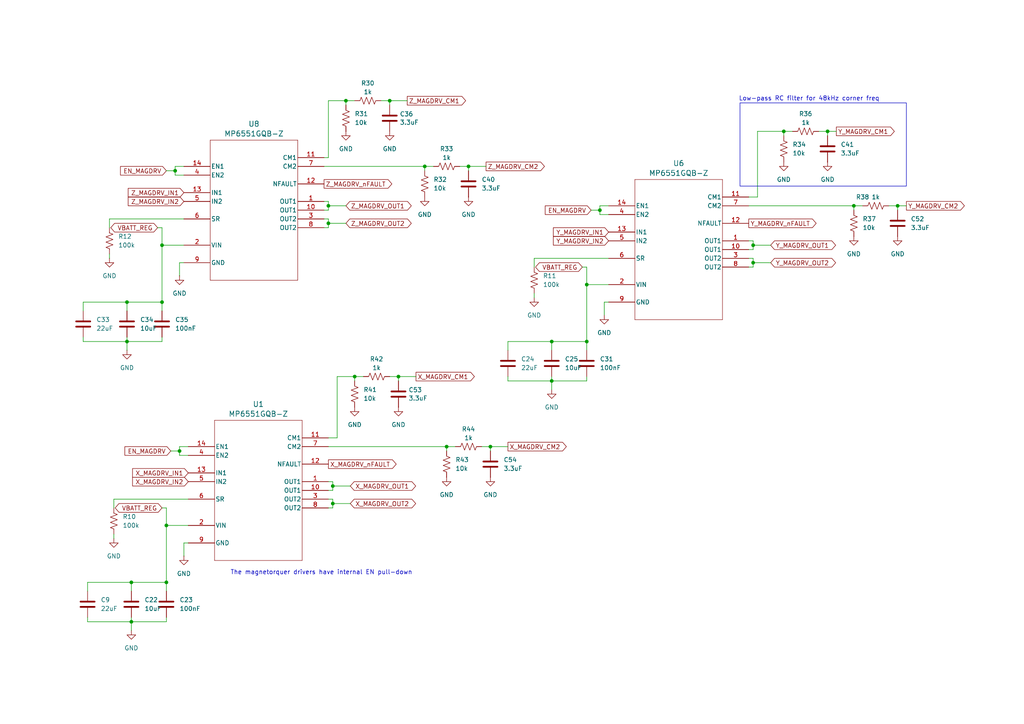
<source format=kicad_sch>
(kicad_sch (version 20250114) (generator "eeschema") (generator_version "9.0")
  (paper "A4")
  (title_block (title "ADCS Main Board") (date "2025-04-07") (rev "1.2") (company "Stanford Student Space Initiative") (comment 1 "Sage Wu"))
  (lib_symbols
    (symbol "Device:C" (pin_numbers (hide yes)) (pin_names (offset 0.254))
      (property "Reference" "C" (at 0.635 2.54 0))
      (property "Value" "C" (at 0.635 -2.54 0))
      (symbol "C_0_1"
        (polyline (pts (xy -2.032 0.762) (xy 2.032 0.762)) (stroke (width 0.508)))
        (polyline (pts (xy -2.032 -0.762) (xy 2.032 -0.762)) (stroke (width 0.508)))
      )
      (symbol "C_1_1"
        (pin passive line (at 0 3.81 270) (length 2.794) (name "~") (number "1"))
        (pin passive line (at 0 -3.81 90) (length 2.794) (name "~") (number "2"))
      )
    )
    (symbol "Device:R_US" (pin_numbers (hide yes)) (pin_names (offset 0))
      (property "Reference" "R" (at 2.54 0 90))
      (property "Value" "R_US" (at -2.54 0 90))
      (symbol "R_US_0_1"
        (polyline (pts (xy 0 2.286) (xy 0 2.54)))
        (polyline (pts (xy 0 2.286) (xy 1.016 1.905) (xy 0 1.524) (xy -1.016 1.143) (xy 0 0.762)))
        (polyline (pts (xy 0 0.762) (xy 1.016 0.381) (xy 0 0) (xy -1.016 -0.381) (xy 0 -0.762)))
        (polyline (pts (xy 0 -0.762) (xy 1.016 -1.143) (xy 0 -1.524) (xy -1.016 -1.905) (xy 0 -2.286)))
        (polyline (pts (xy 0 -2.286) (xy 0 -2.54)))
      )
      (symbol "R_US_1_1"
        (pin passive line (at 0 3.81 270) (length 1.27) (name "~") (number "1"))
        (pin passive line (at 0 -3.81 90) (length 1.27) (name "~") (number "2"))
      )
    )
    (symbol "power:GND" (power) (pin_numbers (hide yes)) (pin_names (offset 0) (hide yes))
      (property "Value" "GND" (at 0 -3.81 0))
      (symbol "GND_0_1"
        (polyline (pts (xy 0 0) (xy 0 -1.27) (xy 1.27 -1.27) (xy 0 -2.54) (xy -1.27 -1.27) (xy 0 -1.27)))
      )
      (symbol "GND_1_1"
        (pin power_in line (at 0 0 270) (length 0) (name "~") (number "1"))
      )
    )
    (symbol "ssi_IC:MP6551GQB-Z" (pin_names (offset 0.254))
      (property "Reference" "U" (at 20.32 12.3139 0))
      (property "Value" "MP6551GQB-Z" (at 20.32 9.481 0))
      (symbol "MP6551GQB-Z_0_1"
        (polyline (pts (xy 7.62 7.62) (xy 7.62 -33.02)) (stroke (width 0.127)))
        (polyline (pts (xy 7.62 -33.02) (xy 33.02 -33.02)) (stroke (width 0.127)))
        (polyline (pts (xy 33.02 7.62) (xy 7.62 7.62)) (stroke (width 0.127)))
        (polyline (pts (xy 33.02 -33.02) (xy 33.02 7.62)) (stroke (width 0.127)))
        (pin input line (at 0 0 0) (length 7.62) (name "EN1") (number "14"))
        (pin input line (at 0 -2.54 0) (length 7.62) (name "EN2") (number "4"))
        (pin input line (at 0 -7.62 0) (length 7.62) (name "IN1") (number "13"))
        (pin input line (at 0 -10.16 0) (length 7.62) (name "IN2") (number "5"))
        (pin passive line (at 0 -15.24 0) (length 7.62) (name "SR") (number "6"))
        (pin power_in line (at 0 -22.86 0) (length 7.62) (name "VIN") (number "2"))
        (pin power_in line (at 0 -27.94 0) (length 7.62) (name "GND") (number "9"))
        (pin output line (at 40.64 2.54 180) (length 7.62) (name "CM1") (number "11"))
        (pin output line (at 40.64 0 180) (length 7.62) (name "CM2") (number "7"))
        (pin output line (at 40.64 -5.08 180) (length 7.62) (name "NFAULT") (number "12"))
        (pin output line (at 40.64 -10.16 180) (length 7.62) (name "OUT1") (number "1"))
        (pin output line (at 40.64 -12.7 180) (length 7.62) (name "OUT1") (number "10"))
        (pin output line (at 40.64 -15.24 180) (length 7.62) (name "OUT2") (number "3"))
        (pin output line (at 40.64 -17.78 180) (length 7.62) (name "OUT2") (number "8"))
      )
    )
  )
  (rectangle (start 214.63 29.845) (end 262.89 53.975))
  (text "The magnetorquer drivers have internal EN pull-down" (at 93.218 166.116 0) (effects (font (size 1.27 1.27))))
  (text "Low-pass RC filter for 48kHz corner freq" (at 234.696 28.702 0) (effects (font (size 1.27 1.27))))
  (junction (at 36.83 87.63))
  (junction (at 46.99 71.12))
  (junction (at 46.99 87.63))
  (junction (at 170.18 82.55))
  (junction (at 173.99 60.96))
  (junction (at 170.18 99.06))
  (junction (at 100.33 29.21))
  (junction (at 48.26 168.91))
  (junction (at 135.89 48.26))
  (junction (at 38.1 180.34))
  (junction (at 95.25 59.69))
  (junction (at 260.35 59.69))
  (junction (at 102.87 109.22))
  (junction (at 48.26 152.4))
  (junction (at 52.07 130.81))
  (junction (at 240.03 38.1))
  (junction (at 50.8 49.53))
  (junction (at 113.03 29.21))
  (junction (at 218.44 76.2))
  (junction (at 160.02 110.49))
  (junction (at 227.33 38.1))
  (junction (at 123.19 48.26))
  (junction (at 38.1 168.91))
  (junction (at 247.65 59.69))
  (junction (at 115.57 109.22))
  (junction (at 95.25 64.77))
  (junction (at 96.52 140.97))
  (junction (at 129.54 129.54))
  (junction (at 36.83 99.06))
  (junction (at 142.24 129.54))
  (junction (at 160.02 99.06))
  (junction (at 218.44 71.12))
  (junction (at 96.52 146.05))
  (wire (pts (xy 25.4 168.91) (xy 38.1 168.91)))
  (wire (pts (xy 160.02 99.06) (xy 170.18 99.06)))
  (wire (pts (xy 173.99 59.69) (xy 173.99 60.96)))
  (wire (pts (xy 260.35 59.69) (xy 262.89 59.69)))
  (wire (pts (xy 173.99 62.23) (xy 176.53 62.23)))
  (wire (pts (xy 129.54 129.54) (xy 132.08 129.54)))
  (wire (pts (xy 95.25 144.78) (xy 96.52 144.78)))
  (wire (pts (xy 171.45 60.96) (xy 173.99 60.96)))
  (wire (pts (xy 170.18 77.47) (xy 170.18 82.55)))
  (wire (pts (xy 175.26 87.63) (xy 175.26 91.44)))
  (wire (pts (xy 147.32 101.6) (xy 147.32 99.06)))
  (wire (pts (xy 176.53 74.93) (xy 154.94 74.93)))
  (wire (pts (xy 52.07 129.54) (xy 52.07 130.81)))
  (wire (pts (xy 147.32 109.22) (xy 147.32 110.49)))
  (wire (pts (xy 218.44 71.12) (xy 223.52 71.12)))
  (wire (pts (xy 93.98 45.72) (xy 95.25 45.72)))
  (wire (pts (xy 100.33 29.21) (xy 102.87 29.21)))
  (wire (pts (xy 96.52 144.78) (xy 96.52 146.05)))
  (wire (pts (xy 135.89 48.26) (xy 135.89 49.53)))
  (wire (pts (xy 218.44 76.2) (xy 218.44 77.47)))
  (wire (pts (xy 38.1 168.91) (xy 48.26 168.91)))
  (wire (pts (xy 93.98 63.5) (xy 95.25 63.5)))
  (wire (pts (xy 113.03 29.21) (xy 113.03 30.48)))
  (wire (pts (xy 38.1 179.07) (xy 38.1 180.34)))
  (wire (pts (xy 240.03 38.1) (xy 240.03 39.37)))
  (wire (pts (xy 217.17 74.93) (xy 218.44 74.93)))
  (wire (pts (xy 176.53 82.55) (xy 170.18 82.55)))
  (wire (pts (xy 102.87 109.22) (xy 102.87 110.49)))
  (wire (pts (xy 95.25 59.69) (xy 100.33 59.69)))
  (wire (pts (xy 53.34 157.48) (xy 53.34 161.29)))
  (wire (pts (xy 95.25 142.24) (xy 96.52 142.24)))
  (wire (pts (xy 96.52 140.97) (xy 101.6 140.97)))
  (wire (pts (xy 36.83 87.63) (xy 46.99 87.63)))
  (wire (pts (xy 168.91 77.47) (xy 170.18 77.47)))
  (wire (pts (xy 48.26 49.53) (xy 50.8 49.53)))
  (wire (pts (xy 102.87 109.22) (xy 105.41 109.22)))
  (wire (pts (xy 123.19 48.26) (xy 123.19 49.53)))
  (wire (pts (xy 45.72 66.04) (xy 46.99 66.04)))
  (wire (pts (xy 217.17 59.69) (xy 247.65 59.69)))
  (wire (pts (xy 247.65 59.69) (xy 250.19 59.69)))
  (wire (pts (xy 93.98 58.42) (xy 95.25 58.42)))
  (wire (pts (xy 31.75 63.5) (xy 31.75 66.04)))
  (wire (pts (xy 176.53 87.63) (xy 175.26 87.63)))
  (wire (pts (xy 95.25 29.21) (xy 100.33 29.21)))
  (wire (pts (xy 217.17 57.15) (xy 219.71 57.15)))
  (wire (pts (xy 217.17 69.85) (xy 218.44 69.85)))
  (wire (pts (xy 218.44 72.39) (xy 218.44 71.12)))
  (wire (pts (xy 53.34 76.2) (xy 52.07 76.2)))
  (wire (pts (xy 93.98 60.96) (xy 95.25 60.96)))
  (wire (pts (xy 38.1 180.34) (xy 38.1 182.88)))
  (wire (pts (xy 218.44 74.93) (xy 218.44 76.2)))
  (wire (pts (xy 113.03 29.21) (xy 118.11 29.21)))
  (wire (pts (xy 54.61 157.48) (xy 53.34 157.48)))
  (wire (pts (xy 218.44 76.2) (xy 223.52 76.2)))
  (wire (pts (xy 95.25 129.54) (xy 129.54 129.54)))
  (wire (pts (xy 176.53 59.69) (xy 173.99 59.69)))
  (wire (pts (xy 24.13 87.63) (xy 36.83 87.63)))
  (wire (pts (xy 52.07 76.2) (xy 52.07 80.01)))
  (wire (pts (xy 31.75 73.66) (xy 31.75 74.93)))
  (wire (pts (xy 53.34 71.12) (xy 46.99 71.12)))
  (wire (pts (xy 113.03 109.22) (xy 115.57 109.22)))
  (wire (pts (xy 115.57 109.22) (xy 115.57 110.49)))
  (wire (pts (xy 95.25 60.96) (xy 95.25 59.69)))
  (wire (pts (xy 97.79 127) (xy 97.79 109.22)))
  (wire (pts (xy 96.52 146.05) (xy 96.52 147.32)))
  (wire (pts (xy 240.03 38.1) (xy 242.57 38.1)))
  (wire (pts (xy 95.25 147.32) (xy 96.52 147.32)))
  (wire (pts (xy 115.57 109.22) (xy 120.65 109.22)))
  (wire (pts (xy 25.4 180.34) (xy 38.1 180.34)))
  (wire (pts (xy 52.07 130.81) (xy 52.07 132.08)))
  (wire (pts (xy 217.17 72.39) (xy 218.44 72.39)))
  (wire (pts (xy 257.81 59.69) (xy 260.35 59.69)))
  (wire (pts (xy 50.8 50.8) (xy 53.34 50.8)))
  (wire (pts (xy 142.24 129.54) (xy 147.32 129.54)))
  (wire (pts (xy 170.18 99.06) (xy 170.18 101.6)))
  (wire (pts (xy 95.25 29.21) (xy 95.25 45.72)))
  (wire (pts (xy 100.33 29.21) (xy 100.33 30.48)))
  (wire (pts (xy 154.94 74.93) (xy 154.94 77.47)))
  (wire (pts (xy 53.34 63.5) (xy 31.75 63.5)))
  (wire (pts (xy 219.71 38.1) (xy 227.33 38.1)))
  (wire (pts (xy 96.52 142.24) (xy 96.52 140.97)))
  (wire (pts (xy 135.89 48.26) (xy 140.97 48.26)))
  (wire (pts (xy 38.1 180.34) (xy 48.26 180.34)))
  (wire (pts (xy 95.25 127) (xy 97.79 127)))
  (wire (pts (xy 95.25 64.77) (xy 100.33 64.77)))
  (wire (pts (xy 95.25 63.5) (xy 95.25 64.77)))
  (wire (pts (xy 110.49 29.21) (xy 113.03 29.21)))
  (wire (pts (xy 154.94 85.09) (xy 154.94 86.36)))
  (wire (pts (xy 48.26 168.91) (xy 48.26 171.45)))
  (wire (pts (xy 46.99 87.63) (xy 46.99 90.17)))
  (wire (pts (xy 24.13 99.06) (xy 36.83 99.06)))
  (wire (pts (xy 170.18 82.55) (xy 170.18 99.06)))
  (wire (pts (xy 160.02 110.49) (xy 170.18 110.49)))
  (wire (pts (xy 46.99 66.04) (xy 46.99 71.12)))
  (wire (pts (xy 95.25 139.7) (xy 96.52 139.7)))
  (wire (pts (xy 147.32 99.06) (xy 160.02 99.06)))
  (wire (pts (xy 173.99 60.96) (xy 173.99 62.23)))
  (wire (pts (xy 46.99 99.06) (xy 46.99 97.79)))
  (wire (pts (xy 33.02 144.78) (xy 33.02 147.32)))
  (wire (pts (xy 54.61 152.4) (xy 48.26 152.4)))
  (wire (pts (xy 160.02 109.22) (xy 160.02 110.49)))
  (wire (pts (xy 160.02 99.06) (xy 160.02 101.6)))
  (wire (pts (xy 46.99 147.32) (xy 48.26 147.32)))
  (wire (pts (xy 53.34 48.26) (xy 50.8 48.26)))
  (wire (pts (xy 38.1 168.91) (xy 38.1 171.45)))
  (wire (pts (xy 260.35 59.69) (xy 260.35 60.96)))
  (wire (pts (xy 54.61 144.78) (xy 33.02 144.78)))
  (wire (pts (xy 219.71 57.15) (xy 219.71 38.1)))
  (wire (pts (xy 142.24 129.54) (xy 142.24 130.81)))
  (wire (pts (xy 133.35 48.26) (xy 135.89 48.26)))
  (wire (pts (xy 25.4 179.07) (xy 25.4 180.34)))
  (wire (pts (xy 217.17 77.47) (xy 218.44 77.47)))
  (wire (pts (xy 49.53 130.81) (xy 52.07 130.81)))
  (wire (pts (xy 129.54 129.54) (xy 129.54 130.81)))
  (wire (pts (xy 93.98 66.04) (xy 95.25 66.04)))
  (wire (pts (xy 33.02 154.94) (xy 33.02 156.21)))
  (wire (pts (xy 46.99 71.12) (xy 46.99 87.63)))
  (wire (pts (xy 50.8 49.53) (xy 50.8 50.8)))
  (wire (pts (xy 48.26 180.34) (xy 48.26 179.07)))
  (wire (pts (xy 48.26 152.4) (xy 48.26 168.91)))
  (wire (pts (xy 36.83 97.79) (xy 36.83 99.06)))
  (wire (pts (xy 227.33 38.1) (xy 227.33 39.37)))
  (wire (pts (xy 36.83 99.06) (xy 46.99 99.06)))
  (wire (pts (xy 48.26 147.32) (xy 48.26 152.4)))
  (wire (pts (xy 95.25 64.77) (xy 95.25 66.04)))
  (wire (pts (xy 52.07 132.08) (xy 54.61 132.08)))
  (wire (pts (xy 147.32 110.49) (xy 160.02 110.49)))
  (wire (pts (xy 96.52 140.97) (xy 96.52 139.7)))
  (wire (pts (xy 25.4 171.45) (xy 25.4 168.91)))
  (wire (pts (xy 160.02 110.49) (xy 160.02 113.03)))
  (wire (pts (xy 227.33 38.1) (xy 229.87 38.1)))
  (wire (pts (xy 24.13 90.17) (xy 24.13 87.63)))
  (wire (pts (xy 36.83 87.63) (xy 36.83 90.17)))
  (wire (pts (xy 24.13 97.79) (xy 24.13 99.06)))
  (wire (pts (xy 123.19 48.26) (xy 125.73 48.26)))
  (wire (pts (xy 97.79 109.22) (xy 102.87 109.22)))
  (wire (pts (xy 93.98 48.26) (xy 123.19 48.26)))
  (wire (pts (xy 218.44 71.12) (xy 218.44 69.85)))
  (wire (pts (xy 54.61 129.54) (xy 52.07 129.54)))
  (wire (pts (xy 50.8 48.26) (xy 50.8 49.53)))
  (wire (pts (xy 95.25 59.69) (xy 95.25 58.42)))
  (wire (pts (xy 139.7 129.54) (xy 142.24 129.54)))
  (wire (pts (xy 36.83 99.06) (xy 36.83 101.6)))
  (wire (pts (xy 170.18 110.49) (xy 170.18 109.22)))
  (wire (pts (xy 247.65 59.69) (xy 247.65 60.96)))
  (wire (pts (xy 96.52 146.05) (xy 101.6 146.05)))
  (wire (pts (xy 237.49 38.1) (xy 240.03 38.1)))
  (global_label "Y_MAGDRV_OUT1" (shape bidirectional) (at 223.52 71.12 0) (property "Intersheetrefs" "${INTERSHEET_REFS}" (effects (hide yes))))
  (global_label "Z_MAGDRV_IN2" (shape input) (at 53.34 58.42 180) (property "Intersheetrefs" "${INTERSHEET_REFS}" (effects (hide yes))))
  (global_label "X_MAGDRV_CM2" (shape output) (at 147.32 129.54 0) (property "Intersheetrefs" "${INTERSHEET_REFS}" (effects (hide yes))))
  (global_label "Z_MAGDRV_nFAULT" (shape output) (at 93.98 53.34 0) (property "Intersheetrefs" "${INTERSHEET_REFS}" (effects (hide yes))))
  (global_label "Y_MAGDRV_CM1" (shape output) (at 242.57 38.1 0) (property "Intersheetrefs" "${INTERSHEET_REFS}" (effects (hide yes))))
  (global_label "Y_MAGDRV_nFAULT" (shape output) (at 217.17 64.77 0) (property "Intersheetrefs" "${INTERSHEET_REFS}" (effects (hide yes))))
  (global_label "X_MAGDRV_OUT2" (shape bidirectional) (at 101.6 146.05 0) (property "Intersheetrefs" "${INTERSHEET_REFS}" (effects (hide yes))))
  (global_label "Z_MAGDRV_CM2" (shape output) (at 140.97 48.26 0) (property "Intersheetrefs" "${INTERSHEET_REFS}" (effects (hide yes))))
  (global_label "EN_MAGDRV" (shape input) (at 49.53 130.81 180) (property "Intersheetrefs" "${INTERSHEET_REFS}" (effects (hide yes))))
  (global_label "VBATT_REG" (shape bidirectional) (at 168.91 77.47 180) (property "Intersheetrefs" "${INTERSHEET_REFS}" (effects (hide yes))))
  (global_label "EN_MAGDRV" (shape input) (at 171.45 60.96 180) (property "Intersheetrefs" "${INTERSHEET_REFS}" (effects (hide yes))))
  (global_label "X_MAGDRV_OUT1" (shape bidirectional) (at 101.6 140.97 0) (property "Intersheetrefs" "${INTERSHEET_REFS}" (effects (hide yes))))
  (global_label "Y_MAGDRV_IN2" (shape input) (at 176.53 69.85 180) (property "Intersheetrefs" "${INTERSHEET_REFS}" (effects (hide yes))))
  (global_label "VBATT_REG" (shape bidirectional) (at 45.72 66.04 180) (property "Intersheetrefs" "${INTERSHEET_REFS}" (effects (hide yes))))
  (global_label "Z_MAGDRV_IN1" (shape input) (at 53.34 55.88 180) (property "Intersheetrefs" "${INTERSHEET_REFS}" (effects (hide yes))))
  (global_label "Z_MAGDRV_OUT2" (shape bidirectional) (at 100.33 64.77 0) (property "Intersheetrefs" "${INTERSHEET_REFS}" (effects (hide yes))))
  (global_label "Y_MAGDRV_IN1" (shape input) (at 176.53 67.31 180) (property "Intersheetrefs" "${INTERSHEET_REFS}" (effects (hide yes))))
  (global_label "X_MAGDRV_CM1" (shape output) (at 120.65 109.22 0) (property "Intersheetrefs" "${INTERSHEET_REFS}" (effects (hide yes))))
  (global_label "X_MAGDRV_nFAULT" (shape output) (at 95.25 134.62 0) (property "Intersheetrefs" "${INTERSHEET_REFS}" (effects (hide yes))))
  (global_label "X_MAGDRV_IN2" (shape input) (at 54.61 139.7 180) (property "Intersheetrefs" "${INTERSHEET_REFS}" (effects (hide yes))))
  (global_label "Y_MAGDRV_OUT2" (shape bidirectional) (at 223.52 76.2 0) (property "Intersheetrefs" "${INTERSHEET_REFS}" (effects (hide yes))))
  (global_label "Y_MAGDRV_CM2" (shape output) (at 262.89 59.69 0) (property "Intersheetrefs" "${INTERSHEET_REFS}" (effects (hide yes))))
  (global_label "Z_MAGDRV_OUT1" (shape bidirectional) (at 100.33 59.69 0) (property "Intersheetrefs" "${INTERSHEET_REFS}" (effects (hide yes))))
  (global_label "EN_MAGDRV" (shape input) (at 48.26 49.53 180) (property "Intersheetrefs" "${INTERSHEET_REFS}" (effects (hide yes))))
  (global_label "X_MAGDRV_IN1" (shape input) (at 54.61 137.16 180) (property "Intersheetrefs" "${INTERSHEET_REFS}" (effects (hide yes))))
  (global_label "VBATT_REG" (shape bidirectional) (at 46.99 147.32 180) (property "Intersheetrefs" "${INTERSHEET_REFS}" (effects (hide yes))))
  (global_label "Z_MAGDRV_CM1" (shape output) (at 118.11 29.21 0) (property "Intersheetrefs" "${INTERSHEET_REFS}" (effects (hide yes))))
  (symbol (lib_id "power:GND") (at 160.02 113.03 0) (unit 1)
    (property "Reference" "#PWR025" (effects (hide yes)))
    (property "Value" "GND" (at 160.02 118.11 0))
    (property "Description" "Power symbol creates a global label with name \"GND\" , ground" (effects (hide yes)))
  )
  (symbol (lib_id "Device:R_US") (at 33.02 151.13 0) (unit 1)
    (property "Reference" "R10" (at 35.56 149.8599 0) (effects (justify left)))
    (property "Value" "100k" (at 35.56 152.3999 0) (effects (justify left)))
    (property "Footprint" "Resistor_SMD:R_0603_1608Metric" (effects (hide yes)))
    (property "Description" "Resistor, US symbol" (effects (hide yes)))
  )
  (symbol (lib_id "power:GND") (at 31.75 74.93 0) (unit 1)
    (property "Reference" "#PWR029" (effects (hide yes)))
    (property "Value" "GND" (at 31.75 80.01 0))
    (property "Description" "Power symbol creates a global label with name \"GND\" , ground" (effects (hide yes)))
  )
  (symbol (lib_id "Device:C") (at 240.03 43.18 0) (unit 1)
    (property "Reference" "C41" (at 243.84 41.9099 0) (effects (justify left)))
    (property "Value" "3.3uF" (at 243.84 44.4499 0) (effects (justify left)))
    (property "Footprint" "Capacitor_SMD:C_0603_1608Metric" (effects (hide yes)))
    (property "Description" "Unpolarized capacitor" (effects (hide yes)))
  )
  (symbol (lib_id "power:GND") (at 36.83 101.6 0) (unit 1)
    (property "Reference" "#PWR030" (effects (hide yes)))
    (property "Value" "GND" (at 36.83 106.68 0))
    (property "Description" "Power symbol creates a global label with name \"GND\" , ground" (effects (hide yes)))
  )
  (symbol (lib_id "power:GND") (at 33.02 156.21 0) (unit 1)
    (property "Reference" "#PWR020" (effects (hide yes)))
    (property "Value" "GND" (at 33.02 161.29 0))
    (property "Description" "Power symbol creates a global label with name \"GND\" , ground" (effects (hide yes)))
  )
  (symbol (lib_id "power:GND") (at 135.89 57.15 0) (unit 1)
    (property "Reference" "#PWR046" (effects (hide yes)))
    (property "Value" "GND" (at 135.89 62.23 0))
    (property "Description" "Power symbol creates a global label with name \"GND\" , ground" (effects (hide yes)))
  )
  (symbol (lib_id "ssi_IC:MP6551GQB-Z") (at 176.53 59.69 0) (unit 1)
    (property "Reference" "U6" (at 196.85 47.3761 0) (effects (font (size 1.524 1.524))))
    (property "Value" "MP6551GQB-Z" (at 196.85 50.209 0) (effects (font (size 1.524 1.524))))
    (property "Footprint" "ssi_IC:QFN-14_MP6551_MNP" (effects (hide yes)))
    (property "Datasheet" "https://www.monolithicpower.com/en/documentview/productdocument/index/version/2/document_type/Datasheet/lang/en/sku/MP6551GQB/document_id/9795/" (effects (hide yes)))
  )
  (symbol (lib_id "power:GND") (at 113.03 38.1 0) (unit 1)
    (property "Reference" "#PWR043" (effects (hide yes)))
    (property "Value" "GND" (at 113.03 43.18 0))
    (property "Description" "Power symbol creates a global label with name \"GND\" , ground" (effects (hide yes)))
  )
  (symbol (lib_id "power:GND") (at 247.65 68.58 0) (unit 1)
    (property "Reference" "#PWR049" (effects (hide yes)))
    (property "Value" "GND" (at 247.65 73.66 0))
    (property "Description" "Power symbol creates a global label with name \"GND\" , ground" (effects (hide yes)))
  )
  (symbol (lib_id "Device:R_US") (at 129.54 48.26 270) (unit 1)
    (property "Reference" "R33" (at 129.54 43.18 90))
    (property "Value" "1k" (at 129.54 45.72 90))
    (property "Footprint" "Resistor_SMD:R_0603_1608Metric" (effects (hide yes)))
    (property "Description" "Resistor, US symbol" (effects (hide yes)))
  )
  (symbol (lib_id "Device:R_US") (at 102.87 114.3 0) (unit 1)
    (property "Reference" "R41" (at 105.41 113.0299 0) (effects (justify left)))
    (property "Value" "10k" (at 105.41 115.5699 0) (effects (justify left)))
    (property "Footprint" "Resistor_SMD:R_0603_1608Metric" (effects (hide yes)))
    (property "Description" "Resistor, US symbol" (effects (hide yes)))
  )
  (symbol (lib_id "Device:R_US") (at 154.94 81.28 0) (unit 1)
    (property "Reference" "R11" (at 157.48 80.0099 0) (effects (justify left)))
    (property "Value" "100k" (at 157.48 82.5499 0) (effects (justify left)))
    (property "Footprint" "Resistor_SMD:R_0603_1608Metric" (effects (hide yes)))
    (property "Description" "Resistor, US symbol" (effects (hide yes)))
  )
  (symbol (lib_id "power:GND") (at 154.94 86.36 0) (unit 1)
    (property "Reference" "#PWR024" (effects (hide yes)))
    (property "Value" "GND" (at 154.94 91.44 0))
    (property "Description" "Power symbol creates a global label with name \"GND\" , ground" (effects (hide yes)))
  )
  (symbol (lib_id "Device:R_US") (at 233.68 38.1 270) (unit 1)
    (property "Reference" "R36" (at 233.68 33.02 90))
    (property "Value" "1k" (at 233.68 35.56 90))
    (property "Footprint" "Resistor_SMD:R_0603_1608Metric" (effects (hide yes)))
    (property "Description" "Resistor, US symbol" (effects (hide yes)))
  )
  (symbol (lib_id "Device:C") (at 25.4 175.26 0) (unit 1)
    (property "Reference" "C9" (at 29.21 173.9899 0) (effects (justify left)))
    (property "Value" "22uF" (at 29.21 176.5299 0) (effects (justify left)))
    (property "Footprint" "Capacitor_SMD:C_0603_1608Metric" (effects (hide yes)))
    (property "Description" "Unpolarized capacitor" (effects (hide yes)))
  )
  (symbol (lib_id "power:GND") (at 240.03 46.99 0) (unit 1)
    (property "Reference" "#PWR048" (effects (hide yes)))
    (property "Value" "GND" (at 240.03 52.07 0))
    (property "Description" "Power symbol creates a global label with name \"GND\" , ground" (effects (hide yes)))
  )
  (symbol (lib_id "power:GND") (at 175.26 91.44 0) (unit 1)
    (property "Reference" "#PWR028" (effects (hide yes)))
    (property "Value" "GND" (at 175.26 96.52 0))
    (property "Description" "Power symbol creates a global label with name \"GND\" , ground" (effects (hide yes)))
  )
  (symbol (lib_id "Device:C") (at 147.32 105.41 0) (unit 1)
    (property "Reference" "C24" (at 151.13 104.1399 0) (effects (justify left)))
    (property "Value" "22uF" (at 151.13 106.6799 0) (effects (justify left)))
    (property "Footprint" "Capacitor_SMD:C_0603_1608Metric" (effects (hide yes)))
    (property "Description" "Unpolarized capacitor" (effects (hide yes)))
  )
  (symbol (lib_id "Device:C") (at 260.35 64.77 0) (unit 1)
    (property "Reference" "C52" (at 264.16 63.4999 0) (effects (justify left)))
    (property "Value" "3.3uF" (at 264.16 66.0399 0) (effects (justify left)))
    (property "Footprint" "Capacitor_SMD:C_0603_1608Metric" (effects (hide yes)))
    (property "Description" "Unpolarized capacitor" (effects (hide yes)))
  )
  (symbol (lib_id "Device:C") (at 24.13 93.98 0) (unit 1)
    (property "Reference" "C33" (at 27.94 92.7099 0) (effects (justify left)))
    (property "Value" "22uF" (at 27.94 95.2499 0) (effects (justify left)))
    (property "Footprint" "Capacitor_SMD:C_0603_1608Metric" (effects (hide yes)))
    (property "Description" "Unpolarized capacitor" (effects (hide yes)))
  )
  (symbol (lib_id "Device:C") (at 48.26 175.26 0) (unit 1)
    (property "Reference" "C23" (at 52.07 173.9899 0) (effects (justify left)))
    (property "Value" "100nF" (at 52.07 176.5299 0) (effects (justify left)))
    (property "Footprint" "Capacitor_SMD:C_0603_1608Metric" (effects (hide yes)))
    (property "Description" "Unpolarized capacitor" (effects (hide yes)))
  )
  (symbol (lib_id "Device:R_US") (at 109.22 109.22 270) (unit 1)
    (property "Reference" "R42" (at 109.22 104.14 90))
    (property "Value" "1k" (at 109.22 106.68 90))
    (property "Footprint" "Resistor_SMD:R_0603_1608Metric" (effects (hide yes)))
    (property "Description" "Resistor, US symbol" (effects (hide yes)))
  )
  (symbol (lib_id "power:GND") (at 123.19 57.15 0) (unit 1)
    (property "Reference" "#PWR045" (effects (hide yes)))
    (property "Value" "GND" (at 123.19 62.23 0))
    (property "Description" "Power symbol creates a global label with name \"GND\" , ground" (effects (hide yes)))
  )
  (symbol (lib_id "ssi_IC:MP6551GQB-Z") (at 54.61 129.54 0) (unit 1)
    (property "Reference" "U1" (at 74.93 117.2261 0) (effects (font (size 1.524 1.524))))
    (property "Value" "MP6551GQB-Z" (at 74.93 120.059 0) (effects (font (size 1.524 1.524))))
    (property "Footprint" "ssi_IC:QFN-14_MP6551_MNP" (effects (hide yes)))
    (property "Datasheet" "https://www.monolithicpower.com/en/documentview/productdocument/index/version/2/document_type/Datasheet/lang/en/sku/MP6551GQB/document_id/9795/" (effects (hide yes)))
  )
  (symbol (lib_id "Device:C") (at 46.99 93.98 0) (unit 1)
    (property "Reference" "C35" (at 50.8 92.7099 0) (effects (justify left)))
    (property "Value" "100nF" (at 50.8 95.2499 0) (effects (justify left)))
    (property "Footprint" "Capacitor_SMD:C_0603_1608Metric" (effects (hide yes)))
    (property "Description" "Unpolarized capacitor" (effects (hide yes)))
  )
  (symbol (lib_id "Device:C") (at 115.57 114.3 0) (unit 1)
    (property "Reference" "C53" (at 118.491 113.0878 0) (effects (justify left)))
    (property "Value" "3.3uF" (at 118.491 115.5121 0) (effects (justify left)))
    (property "Footprint" "Capacitor_SMD:C_0603_1608Metric" (effects (hide yes)))
    (property "Description" "Unpolarized capacitor" (effects (hide yes)))
  )
  (symbol (lib_id "power:GND") (at 38.1 182.88 0) (unit 1)
    (property "Reference" "#PWR021" (effects (hide yes)))
    (property "Value" "GND" (at 38.1 187.96 0))
    (property "Description" "Power symbol creates a global label with name \"GND\" , ground" (effects (hide yes)))
  )
  (symbol (lib_id "Device:C") (at 142.24 134.62 0) (unit 1)
    (property "Reference" "C54" (at 146.05 133.3499 0) (effects (justify left)))
    (property "Value" "3.3uF" (at 146.05 135.8899 0) (effects (justify left)))
    (property "Footprint" "Capacitor_SMD:C_0603_1608Metric" (effects (hide yes)))
    (property "Description" "Unpolarized capacitor" (effects (hide yes)))
  )
  (symbol (lib_id "Device:C") (at 113.03 34.29 0) (unit 1)
    (property "Reference" "C36" (at 115.951 33.0778 0) (effects (justify left)))
    (property "Value" "3.3uF" (at 115.951 35.5021 0) (effects (justify left)))
    (property "Footprint" "Capacitor_SMD:C_0603_1608Metric" (effects (hide yes)))
    (property "Description" "Unpolarized capacitor" (effects (hide yes)))
  )
  (symbol (lib_id "power:GND") (at 102.87 118.11 0) (unit 1)
    (property "Reference" "#PWR051" (effects (hide yes)))
    (property "Value" "GND" (at 102.87 123.19 0))
    (property "Description" "Power symbol creates a global label with name \"GND\" , ground" (effects (hide yes)))
  )
  (symbol (lib_id "Device:C") (at 36.83 93.98 0) (unit 1)
    (property "Reference" "C34" (at 40.64 92.7099 0) (effects (justify left)))
    (property "Value" "10uF" (at 40.64 95.2499 0) (effects (justify left)))
    (property "Footprint" "Capacitor_SMD:C_0603_1608Metric" (effects (hide yes)))
    (property "Description" "Unpolarized capacitor" (effects (hide yes)))
  )
  (symbol (lib_id "power:GND") (at 52.07 80.01 0) (unit 1)
    (property "Reference" "#PWR032" (effects (hide yes)))
    (property "Value" "GND" (at 52.07 85.09 0))
    (property "Description" "Power symbol creates a global label with name \"GND\" , ground" (effects (hide yes)))
  )
  (symbol (lib_id "power:GND") (at 142.24 138.43 0) (unit 1)
    (property "Reference" "#PWR055" (effects (hide yes)))
    (property "Value" "GND" (at 142.24 143.51 0))
    (property "Description" "Power symbol creates a global label with name \"GND\" , ground" (effects (hide yes)))
  )
  (symbol (lib_id "Device:C") (at 135.89 53.34 0) (unit 1)
    (property "Reference" "C40" (at 139.7 52.0699 0) (effects (justify left)))
    (property "Value" "3.3uF" (at 139.7 54.6099 0) (effects (justify left)))
    (property "Footprint" "Capacitor_SMD:C_0603_1608Metric" (effects (hide yes)))
    (property "Description" "Unpolarized capacitor" (effects (hide yes)))
  )
  (symbol (lib_id "Device:R_US") (at 254 59.69 270) (unit 1)
    (property "Reference" "R38" (at 250.19 57.15 90))
    (property "Value" "1k" (at 254 57.15 90))
    (property "Footprint" "Resistor_SMD:R_0603_1608Metric" (effects (hide yes)))
    (property "Description" "Resistor, US symbol" (effects (hide yes)))
  )
  (symbol (lib_id "Device:R_US") (at 123.19 53.34 0) (unit 1)
    (property "Reference" "R32" (at 125.73 52.0699 0) (effects (justify left)))
    (property "Value" "10k" (at 125.73 54.6099 0) (effects (justify left)))
    (property "Footprint" "Resistor_SMD:R_0603_1608Metric" (effects (hide yes)))
    (property "Description" "Resistor, US symbol" (effects (hide yes)))
  )
  (symbol (lib_id "Device:R_US") (at 227.33 43.18 0) (unit 1)
    (property "Reference" "R34" (at 229.87 41.9099 0) (effects (justify left)))
    (property "Value" "10k" (at 229.87 44.4499 0) (effects (justify left)))
    (property "Footprint" "Resistor_SMD:R_0603_1608Metric" (effects (hide yes)))
    (property "Description" "Resistor, US symbol" (effects (hide yes)))
  )
  (symbol (lib_id "power:GND") (at 260.35 68.58 0) (unit 1)
    (property "Reference" "#PWR050" (effects (hide yes)))
    (property "Value" "GND" (at 260.35 73.66 0))
    (property "Description" "Power symbol creates a global label with name \"GND\" , ground" (effects (hide yes)))
  )
  (symbol (lib_id "power:GND") (at 115.57 118.11 0) (unit 1)
    (property "Reference" "#PWR052" (effects (hide yes)))
    (property "Value" "GND" (at 115.57 123.19 0))
    (property "Description" "Power symbol creates a global label with name \"GND\" , ground" (effects (hide yes)))
  )
  (symbol (lib_id "Device:R_US") (at 247.65 64.77 0) (unit 1)
    (property "Reference" "R37" (at 250.19 63.4999 0) (effects (justify left)))
    (property "Value" "10k" (at 250.19 66.0399 0) (effects (justify left)))
    (property "Footprint" "Resistor_SMD:R_0603_1608Metric" (effects (hide yes)))
    (property "Description" "Resistor, US symbol" (effects (hide yes)))
  )
  (symbol (lib_id "Device:R_US") (at 129.54 134.62 0) (unit 1)
    (property "Reference" "R43" (at 132.08 133.3499 0) (effects (justify left)))
    (property "Value" "10k" (at 132.08 135.8899 0) (effects (justify left)))
    (property "Footprint" "Resistor_SMD:R_0603_1608Metric" (effects (hide yes)))
    (property "Description" "Resistor, US symbol" (effects (hide yes)))
  )
  (symbol (lib_id "power:GND") (at 227.33 46.99 0) (unit 1)
    (property "Reference" "#PWR047" (effects (hide yes)))
    (property "Value" "GND" (at 227.33 52.07 0))
    (property "Description" "Power symbol creates a global label with name \"GND\" , ground" (effects (hide yes)))
  )
  (symbol (lib_id "Device:C") (at 160.02 105.41 0) (unit 1)
    (property "Reference" "C25" (at 163.83 104.1399 0) (effects (justify left)))
    (property "Value" "10uF" (at 163.83 106.6799 0) (effects (justify left)))
    (property "Footprint" "Capacitor_SMD:C_0603_1608Metric" (effects (hide yes)))
    (property "Description" "Unpolarized capacitor" (effects (hide yes)))
  )
  (symbol (lib_id "Device:R_US") (at 31.75 69.85 0) (unit 1)
    (property "Reference" "R12" (at 34.29 68.5799 0) (effects (justify left)))
    (property "Value" "100k" (at 34.29 71.1199 0) (effects (justify left)))
    (property "Footprint" "Resistor_SMD:R_0603_1608Metric" (effects (hide yes)))
    (property "Description" "Resistor, US symbol" (effects (hide yes)))
  )
  (symbol (lib_id "Device:C") (at 170.18 105.41 0) (unit 1)
    (property "Reference" "C31" (at 173.99 104.1399 0) (effects (justify left)))
    (property "Value" "100nF" (at 173.99 106.6799 0) (effects (justify left)))
    (property "Footprint" "Capacitor_SMD:C_0603_1608Metric" (effects (hide yes)))
    (property "Description" "Unpolarized capacitor" (effects (hide yes)))
  )
  (symbol (lib_id "Device:R_US") (at 135.89 129.54 270) (unit 1)
    (property "Reference" "R44" (at 135.89 124.46 90))
    (property "Value" "1k" (at 135.89 127 90))
    (property "Footprint" "Resistor_SMD:R_0603_1608Metric" (effects (hide yes)))
    (property "Description" "Resistor, US symbol" (effects (hide yes)))
  )
  (symbol (lib_id "power:GND") (at 53.34 161.29 0) (unit 1)
    (property "Reference" "#PWR023" (effects (hide yes)))
    (property "Value" "GND" (at 53.34 166.37 0))
    (property "Description" "Power symbol creates a global label with name \"GND\" , ground" (effects (hide yes)))
  )
  (symbol (lib_id "power:GND") (at 100.33 38.1 0) (unit 1)
    (property "Reference" "#PWR044" (effects (hide yes)))
    (property "Value" "GND" (at 100.33 43.18 0))
    (property "Description" "Power symbol creates a global label with name \"GND\" , ground" (effects (hide yes)))
  )
  (symbol (lib_id "Device:C") (at 38.1 175.26 0) (unit 1)
    (property "Reference" "C22" (at 41.91 173.9899 0) (effects (justify left)))
    (property "Value" "10uF" (at 41.91 176.5299 0) (effects (justify left)))
    (property "Footprint" "Capacitor_SMD:C_0603_1608Metric" (effects (hide yes)))
    (property "Description" "Unpolarized capacitor" (effects (hide yes)))
  )
  (symbol (lib_id "ssi_IC:MP6551GQB-Z") (at 53.34 48.26 0) (unit 1)
    (property "Reference" "U8" (at 73.66 35.9461 0) (effects (font (size 1.524 1.524))))
    (property "Value" "MP6551GQB-Z" (at 73.66 38.779 0) (effects (font (size 1.524 1.524))))
    (property "Footprint" "ssi_IC:QFN-14_MP6551_MNP" (effects (hide yes)))
    (property "Datasheet" "https://www.monolithicpower.com/en/documentview/productdocument/index/version/2/document_type/Datasheet/lang/en/sku/MP6551GQB/document_id/9795/" (effects (hide yes)))
  )
  (symbol (lib_id "Device:R_US") (at 100.33 34.29 0) (unit 1)
    (property "Reference" "R31" (at 102.87 33.0199 0) (effects (justify left)))
    (property "Value" "10k" (at 102.87 35.5599 0) (effects (justify left)))
    (property "Footprint" "Resistor_SMD:R_0603_1608Metric" (effects (hide yes)))
    (property "Description" "Resistor, US symbol" (effects (hide yes)))
  )
  (symbol (lib_id "power:GND") (at 129.54 138.43 0) (unit 1)
    (property "Reference" "#PWR053" (effects (hide yes)))
    (property "Value" "GND" (at 129.54 143.51 0))
    (property "Description" "Power symbol creates a global label with name \"GND\" , ground" (effects (hide yes)))
  )
  (symbol (lib_id "Device:R_US") (at 106.68 29.21 270) (unit 1)
    (property "Reference" "R30" (at 106.68 24.13 90))
    (property "Value" "1k" (at 106.68 26.67 90))
    (property "Footprint" "Resistor_SMD:R_0603_1608Metric" (effects (hide yes)))
    (property "Description" "Resistor, US symbol" (effects (hide yes)))
  )
)
</source>
